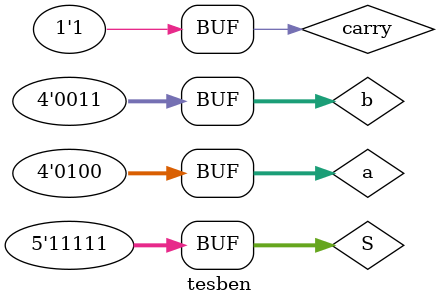
<source format=v>
module tesben();
reg [3:0]a,b;
reg carry;
wire Cout;
reg [4:0]S;
wire [3:0]Y;

ALU alu(Cout,Y,a,b,carry,S);
initial begin
  //1
a[0]=0;a[1]=0;a[2]=0;a[3]=0;
b[0]=1;b[1]=0;b[2]=0;b[3]=0;
carry=0;
S[1]=0;S[0]=0;S[4]=0; 
#100 
//2
a[0]=0;a[1]=0;a[2]=1;a[3]=0;
b[0]=1;b[1]=1;b[2]=0;b[3]=0;
carry=1;
S[1]=0;S[0]=0;S[4]=0; 
#100 
//3
a[0]=0;a[1]=0;a[2]=1;a[3]=0;
b[0]=1;b[1]=1;b[2]=0;b[3]=0;
S[1]=0;S[0]=1;S[4]=0; 
#100 
//4
a[0]=0;a[1]=0;a[2]=1;a[3]=0;
b[0]=1;b[1]=1;b[2]=0;b[3]=0;
S[1]=1;S[0]=0;S[4]=0; 
#100 
//5
a[0]=0;a[1]=0;a[2]=1;a[3]=0;
b[0]=1;b[1]=1;b[2]=0;b[3]=0;
S[1]=1;S[0]=1;S[4]=0; 
#100
//6
a[0]=0;a[1]=0;a[2]=1;a[3]=0;
b[0]=1;b[1]=1;b[2]=0;b[3]=0;
S[2]=0;S[3]=0;S[4]=1; 
#100
//7
a[0]=0;a[1]=0;a[2]=1;a[3]=0;
b[0]=1;b[1]=1;b[2]=0;b[3]=0;
S[2]=1;S[3]=0;S[4]=1; 
#100 
//8
a[0]=0;a[1]=0;a[2]=1;a[3]=0;
b[0]=1;b[1]=1;b[2]=0;b[3]=0;
S[2]=0;S[3]=1;S[4]=1; 
#100 
//9
a[0]=0;a[1]=0;a[2]=1;a[3]=0;
b[0]=1;b[1]=1;b[2]=0;b[3]=0;
S[3]=1;S[2]=1;S[4]=1;  
end
endmodule
</source>
